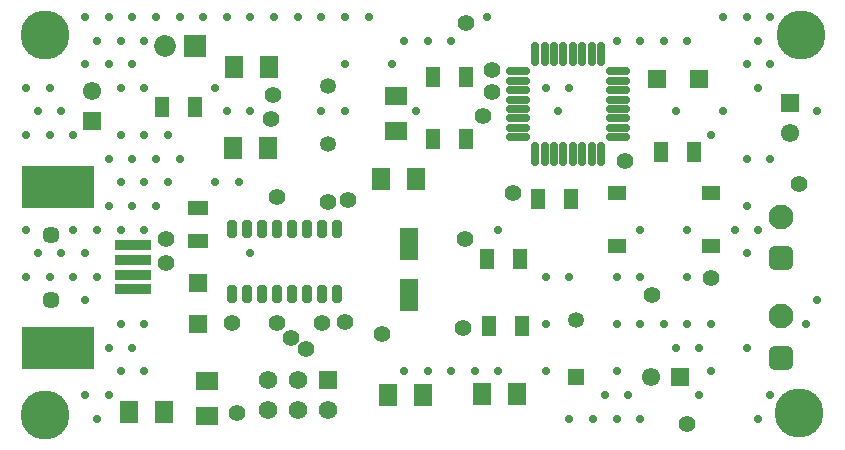
<source format=gts>
G04*
G04 #@! TF.GenerationSoftware,Altium Limited,Altium Designer,23.10.1 (27)*
G04*
G04 Layer_Color=8388736*
%FSLAX44Y44*%
%MOMM*%
G71*
G04*
G04 #@! TF.SameCoordinates,6DCF6F86-7F1A-4F0B-A0EF-7BE1420FD810*
G04*
G04*
G04 #@! TF.FilePolarity,Negative*
G04*
G01*
G75*
%ADD15R,1.2557X1.7582*%
%ADD16R,1.5057X1.8582*%
%ADD18R,1.5000X1.5000*%
%ADD19R,1.8582X1.5057*%
%ADD22R,1.7582X1.2557*%
%ADD23R,1.5500X1.3000*%
%ADD26R,1.6000X2.8000*%
%ADD27R,1.5000X1.5000*%
G04:AMPARAMS|DCode=28|XSize=1.46mm|YSize=0.77mm|CornerRadius=0.1525mm|HoleSize=0mm|Usage=FLASHONLY|Rotation=90.000|XOffset=0mm|YOffset=0mm|HoleType=Round|Shape=RoundedRectangle|*
%AMROUNDEDRECTD28*
21,1,1.4600,0.4650,0,0,90.0*
21,1,1.1550,0.7700,0,0,90.0*
1,1,0.3050,0.2325,0.5775*
1,1,0.3050,0.2325,-0.5775*
1,1,0.3050,-0.2325,-0.5775*
1,1,0.3050,-0.2325,0.5775*
%
%ADD28ROUNDEDRECTD28*%
%ADD29R,3.1500X0.8500*%
%ADD30R,6.1900X3.5500*%
%ADD31O,0.7500X2.1000*%
%ADD32O,2.1000X0.7500*%
%ADD33R,1.8500X1.8500*%
%ADD34C,1.8500*%
%ADD35C,1.3500*%
%ADD36C,1.5700*%
%ADD37R,1.5700X1.5700*%
%ADD38C,1.4500*%
%ADD39C,2.1000*%
G04:AMPARAMS|DCode=40|XSize=2.1mm|YSize=2.1mm|CornerRadius=0.5625mm|HoleSize=0mm|Usage=FLASHONLY|Rotation=90.000|XOffset=0mm|YOffset=0mm|HoleType=Round|Shape=RoundedRectangle|*
%AMROUNDEDRECTD40*
21,1,2.1000,0.9750,0,0,90.0*
21,1,0.9750,2.1000,0,0,90.0*
1,1,1.1250,0.4875,0.4875*
1,1,1.1250,0.4875,-0.4875*
1,1,1.1250,-0.4875,-0.4875*
1,1,1.1250,-0.4875,0.4875*
%
%ADD40ROUNDEDRECTD40*%
%ADD41R,1.5500X1.5500*%
%ADD42C,1.5500*%
%ADD43R,1.5500X1.5500*%
%ADD44R,1.3500X1.3500*%
%ADD45C,4.1500*%
%ADD46C,0.7000*%
%ADD47C,1.4200*%
D15*
X412835Y543560D02*
D03*
X384810D02*
D03*
X703538Y466090D02*
D03*
X731562D02*
D03*
X689652Y358140D02*
D03*
X661628D02*
D03*
X688425Y415290D02*
D03*
X660400D02*
D03*
X835702Y505460D02*
D03*
X807678D02*
D03*
X642662Y516890D02*
D03*
X614638D02*
D03*
X642662Y568960D02*
D03*
X614638D02*
D03*
D16*
X446248Y577850D02*
D03*
X475772D02*
D03*
X444978Y509270D02*
D03*
X474502D02*
D03*
X357348Y285750D02*
D03*
X386872D02*
D03*
X576265Y299720D02*
D03*
X605790D02*
D03*
X570708Y482600D02*
D03*
X600232D02*
D03*
X655798Y300990D02*
D03*
X685322D02*
D03*
D18*
X415290Y394690D02*
D03*
Y359690D02*
D03*
D19*
X422910Y282418D02*
D03*
Y311942D02*
D03*
X582930Y523718D02*
D03*
Y553242D02*
D03*
D22*
X415290Y430488D02*
D03*
Y458512D02*
D03*
D23*
X850010Y425810D02*
D03*
X770510D02*
D03*
X850010Y470810D02*
D03*
X770510D02*
D03*
D26*
X594360Y427900D02*
D03*
Y384900D02*
D03*
D27*
X804470Y567690D02*
D03*
X839470D02*
D03*
D28*
X457200Y385250D02*
D03*
X482600Y440250D02*
D03*
X444500Y385250D02*
D03*
X469900D02*
D03*
X482600D02*
D03*
X469900Y440250D02*
D03*
X495300D02*
D03*
X508000D02*
D03*
Y385250D02*
D03*
X533400Y440250D02*
D03*
X495300Y385250D02*
D03*
X520700D02*
D03*
Y440250D02*
D03*
X533400Y385250D02*
D03*
X457200Y440250D02*
D03*
X444500D02*
D03*
D29*
X360830Y414360D02*
D03*
Y401860D02*
D03*
Y426860D02*
D03*
Y389360D02*
D03*
D30*
X296830Y340110D02*
D03*
Y476110D02*
D03*
D31*
X700980Y503600D02*
D03*
X708980D02*
D03*
X716980D02*
D03*
X724980D02*
D03*
X732980D02*
D03*
X740980D02*
D03*
X748980D02*
D03*
X756980D02*
D03*
Y588600D02*
D03*
X748980D02*
D03*
X740980D02*
D03*
X732980D02*
D03*
X724980D02*
D03*
X716980D02*
D03*
X708980D02*
D03*
X700980D02*
D03*
D32*
X771480Y518100D02*
D03*
Y526100D02*
D03*
Y534100D02*
D03*
Y542100D02*
D03*
Y550100D02*
D03*
Y558100D02*
D03*
Y566100D02*
D03*
Y574100D02*
D03*
X686480D02*
D03*
Y566100D02*
D03*
Y558100D02*
D03*
Y550100D02*
D03*
Y542100D02*
D03*
Y534100D02*
D03*
Y526100D02*
D03*
Y518100D02*
D03*
D33*
X412750Y595630D02*
D03*
D34*
X387350D02*
D03*
D35*
X525780Y561610D02*
D03*
Y512810D02*
D03*
X735330Y363760D02*
D03*
D36*
X474980Y287020D02*
D03*
X500380D02*
D03*
X525780D02*
D03*
X474980Y312420D02*
D03*
X500380D02*
D03*
D37*
X525780D02*
D03*
D38*
X290830Y435610D02*
D03*
Y380610D02*
D03*
D39*
X909320Y450850D02*
D03*
Y366470D02*
D03*
D40*
Y415850D02*
D03*
Y331470D02*
D03*
D41*
X917110Y547170D02*
D03*
X326220Y532330D02*
D03*
D42*
X917110Y522170D02*
D03*
X798830Y314960D02*
D03*
X326220Y557330D02*
D03*
D43*
X823830Y314960D02*
D03*
D44*
X735330D02*
D03*
D45*
X285750Y283210D02*
D03*
Y604520D02*
D03*
X924560Y284480D02*
D03*
X925830Y604520D02*
D03*
D46*
X940001Y540000D02*
D03*
Y380000D02*
D03*
X930001Y360000D02*
D03*
X900001Y620000D02*
D03*
Y580000D02*
D03*
Y500000D02*
D03*
Y300000D02*
D03*
X880001Y620000D02*
D03*
X890001Y600000D02*
D03*
X880001Y580000D02*
D03*
X890001Y560000D02*
D03*
X880001Y500000D02*
D03*
Y460000D02*
D03*
X890001Y440000D02*
D03*
X880001Y420000D02*
D03*
Y340000D02*
D03*
X890001Y280000D02*
D03*
X860001Y620000D02*
D03*
Y540000D02*
D03*
X870001Y440000D02*
D03*
X850001Y520000D02*
D03*
Y360000D02*
D03*
X840001Y340000D02*
D03*
X850001Y320000D02*
D03*
X840001Y300000D02*
D03*
X830000Y600000D02*
D03*
X820000Y540000D02*
D03*
X830000Y440000D02*
D03*
Y400000D02*
D03*
Y360000D02*
D03*
X820000Y340000D02*
D03*
X810000Y600000D02*
D03*
Y360000D02*
D03*
X790000Y600000D02*
D03*
Y440000D02*
D03*
Y400000D02*
D03*
Y360000D02*
D03*
X780000Y300000D02*
D03*
X790000Y280000D02*
D03*
X770000Y600000D02*
D03*
Y400000D02*
D03*
Y360000D02*
D03*
Y320000D02*
D03*
X760000Y300000D02*
D03*
X770000Y280000D02*
D03*
X750000D02*
D03*
X730000Y560000D02*
D03*
X720000Y540000D02*
D03*
X730000Y400000D02*
D03*
Y280000D02*
D03*
X710000Y560000D02*
D03*
Y400000D02*
D03*
Y360000D02*
D03*
Y320000D02*
D03*
X660000Y620000D02*
D03*
X670000Y440000D02*
D03*
Y320000D02*
D03*
X650000D02*
D03*
X630000Y600000D02*
D03*
Y320000D02*
D03*
X610000Y600000D02*
D03*
X600000Y540000D02*
D03*
X610000Y320000D02*
D03*
X590000Y600000D02*
D03*
X580000Y580000D02*
D03*
X590000Y320000D02*
D03*
X560000Y620000D02*
D03*
X540000D02*
D03*
Y580000D02*
D03*
Y540000D02*
D03*
X520000Y620000D02*
D03*
Y540000D02*
D03*
X500000Y620000D02*
D03*
X480000D02*
D03*
X460000D02*
D03*
Y540000D02*
D03*
Y420000D02*
D03*
X440000Y620000D02*
D03*
Y540000D02*
D03*
X450000Y480000D02*
D03*
X420000Y620000D02*
D03*
X430000Y560000D02*
D03*
Y480000D02*
D03*
X400000Y620000D02*
D03*
Y500000D02*
D03*
X380000Y620000D02*
D03*
X390000Y520000D02*
D03*
X380000Y500000D02*
D03*
X390000Y480000D02*
D03*
X380000Y460000D02*
D03*
X360000Y620000D02*
D03*
X370000Y600000D02*
D03*
X360000Y580000D02*
D03*
X370000Y560000D02*
D03*
Y520000D02*
D03*
X360000Y500000D02*
D03*
X370000Y480000D02*
D03*
X360000Y460000D02*
D03*
X370000Y440000D02*
D03*
Y360000D02*
D03*
X360000Y340000D02*
D03*
X370000Y320000D02*
D03*
X340000Y620000D02*
D03*
X350000Y600000D02*
D03*
X340000Y580000D02*
D03*
X350000Y560000D02*
D03*
Y520000D02*
D03*
X340000Y500000D02*
D03*
X350000Y480000D02*
D03*
X340000Y460000D02*
D03*
X350000Y440000D02*
D03*
Y360000D02*
D03*
X340000Y340000D02*
D03*
X350000Y320000D02*
D03*
X340000Y300000D02*
D03*
X320000Y620000D02*
D03*
X330000Y600000D02*
D03*
X320000Y580000D02*
D03*
X330000Y440000D02*
D03*
X320000Y420000D02*
D03*
X330000Y400000D02*
D03*
X320000Y380000D02*
D03*
Y300000D02*
D03*
X330000Y280000D02*
D03*
X300000Y540000D02*
D03*
X310000Y520000D02*
D03*
Y440000D02*
D03*
X300000Y420000D02*
D03*
X310000Y400000D02*
D03*
X290000Y560000D02*
D03*
X280000Y540000D02*
D03*
X290000Y520000D02*
D03*
X280000Y420000D02*
D03*
X290000Y400000D02*
D03*
X270000Y560000D02*
D03*
Y520000D02*
D03*
Y440000D02*
D03*
Y400000D02*
D03*
D47*
X525780Y463550D02*
D03*
X571500Y351790D02*
D03*
X539750Y361950D02*
D03*
X478790Y553720D02*
D03*
X477520Y533400D02*
D03*
X520700Y360680D02*
D03*
X494030Y347980D02*
D03*
X506730Y339090D02*
D03*
X542290Y464820D02*
D03*
X482600Y360680D02*
D03*
X444500D02*
D03*
X482600Y467360D02*
D03*
X448310Y284480D02*
D03*
X924560Y478790D02*
D03*
X829310Y275590D02*
D03*
X777240Y497840D02*
D03*
X642620Y614680D02*
D03*
X640080Y356870D02*
D03*
X681990Y471170D02*
D03*
X641350Y431800D02*
D03*
X849630Y398780D02*
D03*
X664210Y556260D02*
D03*
X800100Y384810D02*
D03*
X656590Y535940D02*
D03*
X664210Y575310D02*
D03*
X388620Y431800D02*
D03*
Y411480D02*
D03*
M02*

</source>
